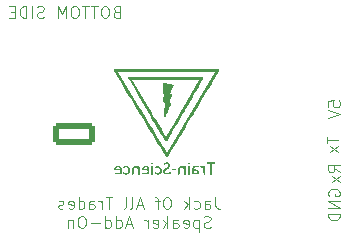
<source format=gbr>
%TF.GenerationSoftware,KiCad,Pcbnew,8.0.2*%
%TF.CreationDate,2025-01-19T23:34:00+01:00*%
%TF.ProjectId,DFPlayer_ADD_ON,4446506c-6179-4657-925f-4144445f4f4e,rev?*%
%TF.SameCoordinates,Original*%
%TF.FileFunction,Legend,Bot*%
%TF.FilePolarity,Positive*%
%FSLAX46Y46*%
G04 Gerber Fmt 4.6, Leading zero omitted, Abs format (unit mm)*
G04 Created by KiCad (PCBNEW 8.0.2) date 2025-01-19 23:34:00*
%MOMM*%
%LPD*%
G01*
G04 APERTURE LIST*
G04 Aperture macros list*
%AMRoundRect*
0 Rectangle with rounded corners*
0 $1 Rounding radius*
0 $2 $3 $4 $5 $6 $7 $8 $9 X,Y pos of 4 corners*
0 Add a 4 corners polygon primitive as box body*
4,1,4,$2,$3,$4,$5,$6,$7,$8,$9,$2,$3,0*
0 Add four circle primitives for the rounded corners*
1,1,$1+$1,$2,$3*
1,1,$1+$1,$4,$5*
1,1,$1+$1,$6,$7*
1,1,$1+$1,$8,$9*
0 Add four rect primitives between the rounded corners*
20,1,$1+$1,$2,$3,$4,$5,0*
20,1,$1+$1,$4,$5,$6,$7,0*
20,1,$1+$1,$6,$7,$8,$9,0*
20,1,$1+$1,$8,$9,$2,$3,0*%
G04 Aperture macros list end*
%ADD10C,0.100000*%
%ADD11C,0.000000*%
%ADD12RoundRect,0.250000X-1.550000X0.650000X-1.550000X-0.650000X1.550000X-0.650000X1.550000X0.650000X0*%
%ADD13O,3.600000X1.800000*%
%ADD14RoundRect,0.102000X0.654000X-0.654000X0.654000X0.654000X-0.654000X0.654000X-0.654000X-0.654000X0*%
%ADD15C,1.512000*%
%ADD16R,1.700000X1.700000*%
%ADD17O,1.700000X1.700000*%
G04 APERTURE END LIST*
D10*
X148272038Y-91759693D02*
X148224419Y-91664455D01*
X148224419Y-91664455D02*
X148224419Y-91521598D01*
X148224419Y-91521598D02*
X148272038Y-91378741D01*
X148272038Y-91378741D02*
X148367276Y-91283503D01*
X148367276Y-91283503D02*
X148462514Y-91235884D01*
X148462514Y-91235884D02*
X148652990Y-91188265D01*
X148652990Y-91188265D02*
X148795847Y-91188265D01*
X148795847Y-91188265D02*
X148986323Y-91235884D01*
X148986323Y-91235884D02*
X149081561Y-91283503D01*
X149081561Y-91283503D02*
X149176800Y-91378741D01*
X149176800Y-91378741D02*
X149224419Y-91521598D01*
X149224419Y-91521598D02*
X149224419Y-91616836D01*
X149224419Y-91616836D02*
X149176800Y-91759693D01*
X149176800Y-91759693D02*
X149129180Y-91807312D01*
X149129180Y-91807312D02*
X148795847Y-91807312D01*
X148795847Y-91807312D02*
X148795847Y-91616836D01*
X149224419Y-92235884D02*
X148224419Y-92235884D01*
X148224419Y-92235884D02*
X149224419Y-92807312D01*
X149224419Y-92807312D02*
X148224419Y-92807312D01*
X149224419Y-93283503D02*
X148224419Y-93283503D01*
X148224419Y-93283503D02*
X148224419Y-93521598D01*
X148224419Y-93521598D02*
X148272038Y-93664455D01*
X148272038Y-93664455D02*
X148367276Y-93759693D01*
X148367276Y-93759693D02*
X148462514Y-93807312D01*
X148462514Y-93807312D02*
X148652990Y-93854931D01*
X148652990Y-93854931D02*
X148795847Y-93854931D01*
X148795847Y-93854931D02*
X148986323Y-93807312D01*
X148986323Y-93807312D02*
X149081561Y-93759693D01*
X149081561Y-93759693D02*
X149176800Y-93664455D01*
X149176800Y-93664455D02*
X149224419Y-93521598D01*
X149224419Y-93521598D02*
X149224419Y-93283503D01*
X149224419Y-89775312D02*
X148748228Y-89441979D01*
X149224419Y-89203884D02*
X148224419Y-89203884D01*
X148224419Y-89203884D02*
X148224419Y-89584836D01*
X148224419Y-89584836D02*
X148272038Y-89680074D01*
X148272038Y-89680074D02*
X148319657Y-89727693D01*
X148319657Y-89727693D02*
X148414895Y-89775312D01*
X148414895Y-89775312D02*
X148557752Y-89775312D01*
X148557752Y-89775312D02*
X148652990Y-89727693D01*
X148652990Y-89727693D02*
X148700609Y-89680074D01*
X148700609Y-89680074D02*
X148748228Y-89584836D01*
X148748228Y-89584836D02*
X148748228Y-89203884D01*
X149224419Y-90108646D02*
X148557752Y-90632455D01*
X148557752Y-90108646D02*
X149224419Y-90632455D01*
X130299782Y-76183609D02*
X130156925Y-76231228D01*
X130156925Y-76231228D02*
X130109306Y-76278847D01*
X130109306Y-76278847D02*
X130061687Y-76374085D01*
X130061687Y-76374085D02*
X130061687Y-76516942D01*
X130061687Y-76516942D02*
X130109306Y-76612180D01*
X130109306Y-76612180D02*
X130156925Y-76659800D01*
X130156925Y-76659800D02*
X130252163Y-76707419D01*
X130252163Y-76707419D02*
X130633115Y-76707419D01*
X130633115Y-76707419D02*
X130633115Y-75707419D01*
X130633115Y-75707419D02*
X130299782Y-75707419D01*
X130299782Y-75707419D02*
X130204544Y-75755038D01*
X130204544Y-75755038D02*
X130156925Y-75802657D01*
X130156925Y-75802657D02*
X130109306Y-75897895D01*
X130109306Y-75897895D02*
X130109306Y-75993133D01*
X130109306Y-75993133D02*
X130156925Y-76088371D01*
X130156925Y-76088371D02*
X130204544Y-76135990D01*
X130204544Y-76135990D02*
X130299782Y-76183609D01*
X130299782Y-76183609D02*
X130633115Y-76183609D01*
X129442639Y-75707419D02*
X129252163Y-75707419D01*
X129252163Y-75707419D02*
X129156925Y-75755038D01*
X129156925Y-75755038D02*
X129061687Y-75850276D01*
X129061687Y-75850276D02*
X129014068Y-76040752D01*
X129014068Y-76040752D02*
X129014068Y-76374085D01*
X129014068Y-76374085D02*
X129061687Y-76564561D01*
X129061687Y-76564561D02*
X129156925Y-76659800D01*
X129156925Y-76659800D02*
X129252163Y-76707419D01*
X129252163Y-76707419D02*
X129442639Y-76707419D01*
X129442639Y-76707419D02*
X129537877Y-76659800D01*
X129537877Y-76659800D02*
X129633115Y-76564561D01*
X129633115Y-76564561D02*
X129680734Y-76374085D01*
X129680734Y-76374085D02*
X129680734Y-76040752D01*
X129680734Y-76040752D02*
X129633115Y-75850276D01*
X129633115Y-75850276D02*
X129537877Y-75755038D01*
X129537877Y-75755038D02*
X129442639Y-75707419D01*
X128728353Y-75707419D02*
X128156925Y-75707419D01*
X128442639Y-76707419D02*
X128442639Y-75707419D01*
X127966448Y-75707419D02*
X127395020Y-75707419D01*
X127680734Y-76707419D02*
X127680734Y-75707419D01*
X126871210Y-75707419D02*
X126680734Y-75707419D01*
X126680734Y-75707419D02*
X126585496Y-75755038D01*
X126585496Y-75755038D02*
X126490258Y-75850276D01*
X126490258Y-75850276D02*
X126442639Y-76040752D01*
X126442639Y-76040752D02*
X126442639Y-76374085D01*
X126442639Y-76374085D02*
X126490258Y-76564561D01*
X126490258Y-76564561D02*
X126585496Y-76659800D01*
X126585496Y-76659800D02*
X126680734Y-76707419D01*
X126680734Y-76707419D02*
X126871210Y-76707419D01*
X126871210Y-76707419D02*
X126966448Y-76659800D01*
X126966448Y-76659800D02*
X127061686Y-76564561D01*
X127061686Y-76564561D02*
X127109305Y-76374085D01*
X127109305Y-76374085D02*
X127109305Y-76040752D01*
X127109305Y-76040752D02*
X127061686Y-75850276D01*
X127061686Y-75850276D02*
X126966448Y-75755038D01*
X126966448Y-75755038D02*
X126871210Y-75707419D01*
X126014067Y-76707419D02*
X126014067Y-75707419D01*
X126014067Y-75707419D02*
X125680734Y-76421704D01*
X125680734Y-76421704D02*
X125347401Y-75707419D01*
X125347401Y-75707419D02*
X125347401Y-76707419D01*
X124156924Y-76659800D02*
X124014067Y-76707419D01*
X124014067Y-76707419D02*
X123775972Y-76707419D01*
X123775972Y-76707419D02*
X123680734Y-76659800D01*
X123680734Y-76659800D02*
X123633115Y-76612180D01*
X123633115Y-76612180D02*
X123585496Y-76516942D01*
X123585496Y-76516942D02*
X123585496Y-76421704D01*
X123585496Y-76421704D02*
X123633115Y-76326466D01*
X123633115Y-76326466D02*
X123680734Y-76278847D01*
X123680734Y-76278847D02*
X123775972Y-76231228D01*
X123775972Y-76231228D02*
X123966448Y-76183609D01*
X123966448Y-76183609D02*
X124061686Y-76135990D01*
X124061686Y-76135990D02*
X124109305Y-76088371D01*
X124109305Y-76088371D02*
X124156924Y-75993133D01*
X124156924Y-75993133D02*
X124156924Y-75897895D01*
X124156924Y-75897895D02*
X124109305Y-75802657D01*
X124109305Y-75802657D02*
X124061686Y-75755038D01*
X124061686Y-75755038D02*
X123966448Y-75707419D01*
X123966448Y-75707419D02*
X123728353Y-75707419D01*
X123728353Y-75707419D02*
X123585496Y-75755038D01*
X123156924Y-76707419D02*
X123156924Y-75707419D01*
X122680734Y-76707419D02*
X122680734Y-75707419D01*
X122680734Y-75707419D02*
X122442639Y-75707419D01*
X122442639Y-75707419D02*
X122299782Y-75755038D01*
X122299782Y-75755038D02*
X122204544Y-75850276D01*
X122204544Y-75850276D02*
X122156925Y-75945514D01*
X122156925Y-75945514D02*
X122109306Y-76135990D01*
X122109306Y-76135990D02*
X122109306Y-76278847D01*
X122109306Y-76278847D02*
X122156925Y-76469323D01*
X122156925Y-76469323D02*
X122204544Y-76564561D01*
X122204544Y-76564561D02*
X122299782Y-76659800D01*
X122299782Y-76659800D02*
X122442639Y-76707419D01*
X122442639Y-76707419D02*
X122680734Y-76707419D01*
X121680734Y-76183609D02*
X121347401Y-76183609D01*
X121204544Y-76707419D02*
X121680734Y-76707419D01*
X121680734Y-76707419D02*
X121680734Y-75707419D01*
X121680734Y-75707419D02*
X121204544Y-75707419D01*
X148224419Y-84219074D02*
X148224419Y-83742884D01*
X148224419Y-83742884D02*
X148700609Y-83695265D01*
X148700609Y-83695265D02*
X148652990Y-83742884D01*
X148652990Y-83742884D02*
X148605371Y-83838122D01*
X148605371Y-83838122D02*
X148605371Y-84076217D01*
X148605371Y-84076217D02*
X148652990Y-84171455D01*
X148652990Y-84171455D02*
X148700609Y-84219074D01*
X148700609Y-84219074D02*
X148795847Y-84266693D01*
X148795847Y-84266693D02*
X149033942Y-84266693D01*
X149033942Y-84266693D02*
X149129180Y-84219074D01*
X149129180Y-84219074D02*
X149176800Y-84171455D01*
X149176800Y-84171455D02*
X149224419Y-84076217D01*
X149224419Y-84076217D02*
X149224419Y-83838122D01*
X149224419Y-83838122D02*
X149176800Y-83742884D01*
X149176800Y-83742884D02*
X149129180Y-83695265D01*
X148224419Y-84552408D02*
X149224419Y-84885741D01*
X149224419Y-84885741D02*
X148224419Y-85219074D01*
X148097419Y-86775027D02*
X148097419Y-87346455D01*
X149097419Y-87060741D02*
X148097419Y-87060741D01*
X149097419Y-87584551D02*
X148430752Y-88108360D01*
X148430752Y-87584551D02*
X149097419Y-88108360D01*
X138683192Y-91877475D02*
X138683192Y-92591760D01*
X138683192Y-92591760D02*
X138730811Y-92734617D01*
X138730811Y-92734617D02*
X138826049Y-92829856D01*
X138826049Y-92829856D02*
X138968906Y-92877475D01*
X138968906Y-92877475D02*
X139064144Y-92877475D01*
X137778430Y-92877475D02*
X137778430Y-92353665D01*
X137778430Y-92353665D02*
X137826049Y-92258427D01*
X137826049Y-92258427D02*
X137921287Y-92210808D01*
X137921287Y-92210808D02*
X138111763Y-92210808D01*
X138111763Y-92210808D02*
X138207001Y-92258427D01*
X137778430Y-92829856D02*
X137873668Y-92877475D01*
X137873668Y-92877475D02*
X138111763Y-92877475D01*
X138111763Y-92877475D02*
X138207001Y-92829856D01*
X138207001Y-92829856D02*
X138254620Y-92734617D01*
X138254620Y-92734617D02*
X138254620Y-92639379D01*
X138254620Y-92639379D02*
X138207001Y-92544141D01*
X138207001Y-92544141D02*
X138111763Y-92496522D01*
X138111763Y-92496522D02*
X137873668Y-92496522D01*
X137873668Y-92496522D02*
X137778430Y-92448903D01*
X136873668Y-92829856D02*
X136968906Y-92877475D01*
X136968906Y-92877475D02*
X137159382Y-92877475D01*
X137159382Y-92877475D02*
X137254620Y-92829856D01*
X137254620Y-92829856D02*
X137302239Y-92782236D01*
X137302239Y-92782236D02*
X137349858Y-92686998D01*
X137349858Y-92686998D02*
X137349858Y-92401284D01*
X137349858Y-92401284D02*
X137302239Y-92306046D01*
X137302239Y-92306046D02*
X137254620Y-92258427D01*
X137254620Y-92258427D02*
X137159382Y-92210808D01*
X137159382Y-92210808D02*
X136968906Y-92210808D01*
X136968906Y-92210808D02*
X136873668Y-92258427D01*
X136445096Y-92877475D02*
X136445096Y-91877475D01*
X136349858Y-92496522D02*
X136064144Y-92877475D01*
X136064144Y-92210808D02*
X136445096Y-92591760D01*
X134683191Y-91877475D02*
X134492715Y-91877475D01*
X134492715Y-91877475D02*
X134397477Y-91925094D01*
X134397477Y-91925094D02*
X134302239Y-92020332D01*
X134302239Y-92020332D02*
X134254620Y-92210808D01*
X134254620Y-92210808D02*
X134254620Y-92544141D01*
X134254620Y-92544141D02*
X134302239Y-92734617D01*
X134302239Y-92734617D02*
X134397477Y-92829856D01*
X134397477Y-92829856D02*
X134492715Y-92877475D01*
X134492715Y-92877475D02*
X134683191Y-92877475D01*
X134683191Y-92877475D02*
X134778429Y-92829856D01*
X134778429Y-92829856D02*
X134873667Y-92734617D01*
X134873667Y-92734617D02*
X134921286Y-92544141D01*
X134921286Y-92544141D02*
X134921286Y-92210808D01*
X134921286Y-92210808D02*
X134873667Y-92020332D01*
X134873667Y-92020332D02*
X134778429Y-91925094D01*
X134778429Y-91925094D02*
X134683191Y-91877475D01*
X133968905Y-92210808D02*
X133587953Y-92210808D01*
X133826048Y-92877475D02*
X133826048Y-92020332D01*
X133826048Y-92020332D02*
X133778429Y-91925094D01*
X133778429Y-91925094D02*
X133683191Y-91877475D01*
X133683191Y-91877475D02*
X133587953Y-91877475D01*
X132540333Y-92591760D02*
X132064143Y-92591760D01*
X132635571Y-92877475D02*
X132302238Y-91877475D01*
X132302238Y-91877475D02*
X131968905Y-92877475D01*
X131492714Y-92877475D02*
X131587952Y-92829856D01*
X131587952Y-92829856D02*
X131635571Y-92734617D01*
X131635571Y-92734617D02*
X131635571Y-91877475D01*
X130968904Y-92877475D02*
X131064142Y-92829856D01*
X131064142Y-92829856D02*
X131111761Y-92734617D01*
X131111761Y-92734617D02*
X131111761Y-91877475D01*
X129968903Y-91877475D02*
X129397475Y-91877475D01*
X129683189Y-92877475D02*
X129683189Y-91877475D01*
X129064141Y-92877475D02*
X129064141Y-92210808D01*
X129064141Y-92401284D02*
X129016522Y-92306046D01*
X129016522Y-92306046D02*
X128968903Y-92258427D01*
X128968903Y-92258427D02*
X128873665Y-92210808D01*
X128873665Y-92210808D02*
X128778427Y-92210808D01*
X128016522Y-92877475D02*
X128016522Y-92353665D01*
X128016522Y-92353665D02*
X128064141Y-92258427D01*
X128064141Y-92258427D02*
X128159379Y-92210808D01*
X128159379Y-92210808D02*
X128349855Y-92210808D01*
X128349855Y-92210808D02*
X128445093Y-92258427D01*
X128016522Y-92829856D02*
X128111760Y-92877475D01*
X128111760Y-92877475D02*
X128349855Y-92877475D01*
X128349855Y-92877475D02*
X128445093Y-92829856D01*
X128445093Y-92829856D02*
X128492712Y-92734617D01*
X128492712Y-92734617D02*
X128492712Y-92639379D01*
X128492712Y-92639379D02*
X128445093Y-92544141D01*
X128445093Y-92544141D02*
X128349855Y-92496522D01*
X128349855Y-92496522D02*
X128111760Y-92496522D01*
X128111760Y-92496522D02*
X128016522Y-92448903D01*
X127111760Y-92877475D02*
X127111760Y-91877475D01*
X127111760Y-92829856D02*
X127206998Y-92877475D01*
X127206998Y-92877475D02*
X127397474Y-92877475D01*
X127397474Y-92877475D02*
X127492712Y-92829856D01*
X127492712Y-92829856D02*
X127540331Y-92782236D01*
X127540331Y-92782236D02*
X127587950Y-92686998D01*
X127587950Y-92686998D02*
X127587950Y-92401284D01*
X127587950Y-92401284D02*
X127540331Y-92306046D01*
X127540331Y-92306046D02*
X127492712Y-92258427D01*
X127492712Y-92258427D02*
X127397474Y-92210808D01*
X127397474Y-92210808D02*
X127206998Y-92210808D01*
X127206998Y-92210808D02*
X127111760Y-92258427D01*
X126254617Y-92829856D02*
X126349855Y-92877475D01*
X126349855Y-92877475D02*
X126540331Y-92877475D01*
X126540331Y-92877475D02*
X126635569Y-92829856D01*
X126635569Y-92829856D02*
X126683188Y-92734617D01*
X126683188Y-92734617D02*
X126683188Y-92353665D01*
X126683188Y-92353665D02*
X126635569Y-92258427D01*
X126635569Y-92258427D02*
X126540331Y-92210808D01*
X126540331Y-92210808D02*
X126349855Y-92210808D01*
X126349855Y-92210808D02*
X126254617Y-92258427D01*
X126254617Y-92258427D02*
X126206998Y-92353665D01*
X126206998Y-92353665D02*
X126206998Y-92448903D01*
X126206998Y-92448903D02*
X126683188Y-92544141D01*
X125826045Y-92829856D02*
X125730807Y-92877475D01*
X125730807Y-92877475D02*
X125540331Y-92877475D01*
X125540331Y-92877475D02*
X125445093Y-92829856D01*
X125445093Y-92829856D02*
X125397474Y-92734617D01*
X125397474Y-92734617D02*
X125397474Y-92686998D01*
X125397474Y-92686998D02*
X125445093Y-92591760D01*
X125445093Y-92591760D02*
X125540331Y-92544141D01*
X125540331Y-92544141D02*
X125683188Y-92544141D01*
X125683188Y-92544141D02*
X125778426Y-92496522D01*
X125778426Y-92496522D02*
X125826045Y-92401284D01*
X125826045Y-92401284D02*
X125826045Y-92353665D01*
X125826045Y-92353665D02*
X125778426Y-92258427D01*
X125778426Y-92258427D02*
X125683188Y-92210808D01*
X125683188Y-92210808D02*
X125540331Y-92210808D01*
X125540331Y-92210808D02*
X125445093Y-92258427D01*
X138278428Y-94439800D02*
X138135571Y-94487419D01*
X138135571Y-94487419D02*
X137897476Y-94487419D01*
X137897476Y-94487419D02*
X137802238Y-94439800D01*
X137802238Y-94439800D02*
X137754619Y-94392180D01*
X137754619Y-94392180D02*
X137707000Y-94296942D01*
X137707000Y-94296942D02*
X137707000Y-94201704D01*
X137707000Y-94201704D02*
X137754619Y-94106466D01*
X137754619Y-94106466D02*
X137802238Y-94058847D01*
X137802238Y-94058847D02*
X137897476Y-94011228D01*
X137897476Y-94011228D02*
X138087952Y-93963609D01*
X138087952Y-93963609D02*
X138183190Y-93915990D01*
X138183190Y-93915990D02*
X138230809Y-93868371D01*
X138230809Y-93868371D02*
X138278428Y-93773133D01*
X138278428Y-93773133D02*
X138278428Y-93677895D01*
X138278428Y-93677895D02*
X138230809Y-93582657D01*
X138230809Y-93582657D02*
X138183190Y-93535038D01*
X138183190Y-93535038D02*
X138087952Y-93487419D01*
X138087952Y-93487419D02*
X137849857Y-93487419D01*
X137849857Y-93487419D02*
X137707000Y-93535038D01*
X137278428Y-93820752D02*
X137278428Y-94820752D01*
X137278428Y-93868371D02*
X137183190Y-93820752D01*
X137183190Y-93820752D02*
X136992714Y-93820752D01*
X136992714Y-93820752D02*
X136897476Y-93868371D01*
X136897476Y-93868371D02*
X136849857Y-93915990D01*
X136849857Y-93915990D02*
X136802238Y-94011228D01*
X136802238Y-94011228D02*
X136802238Y-94296942D01*
X136802238Y-94296942D02*
X136849857Y-94392180D01*
X136849857Y-94392180D02*
X136897476Y-94439800D01*
X136897476Y-94439800D02*
X136992714Y-94487419D01*
X136992714Y-94487419D02*
X137183190Y-94487419D01*
X137183190Y-94487419D02*
X137278428Y-94439800D01*
X135992714Y-94439800D02*
X136087952Y-94487419D01*
X136087952Y-94487419D02*
X136278428Y-94487419D01*
X136278428Y-94487419D02*
X136373666Y-94439800D01*
X136373666Y-94439800D02*
X136421285Y-94344561D01*
X136421285Y-94344561D02*
X136421285Y-93963609D01*
X136421285Y-93963609D02*
X136373666Y-93868371D01*
X136373666Y-93868371D02*
X136278428Y-93820752D01*
X136278428Y-93820752D02*
X136087952Y-93820752D01*
X136087952Y-93820752D02*
X135992714Y-93868371D01*
X135992714Y-93868371D02*
X135945095Y-93963609D01*
X135945095Y-93963609D02*
X135945095Y-94058847D01*
X135945095Y-94058847D02*
X136421285Y-94154085D01*
X135087952Y-94487419D02*
X135087952Y-93963609D01*
X135087952Y-93963609D02*
X135135571Y-93868371D01*
X135135571Y-93868371D02*
X135230809Y-93820752D01*
X135230809Y-93820752D02*
X135421285Y-93820752D01*
X135421285Y-93820752D02*
X135516523Y-93868371D01*
X135087952Y-94439800D02*
X135183190Y-94487419D01*
X135183190Y-94487419D02*
X135421285Y-94487419D01*
X135421285Y-94487419D02*
X135516523Y-94439800D01*
X135516523Y-94439800D02*
X135564142Y-94344561D01*
X135564142Y-94344561D02*
X135564142Y-94249323D01*
X135564142Y-94249323D02*
X135516523Y-94154085D01*
X135516523Y-94154085D02*
X135421285Y-94106466D01*
X135421285Y-94106466D02*
X135183190Y-94106466D01*
X135183190Y-94106466D02*
X135087952Y-94058847D01*
X134611761Y-94487419D02*
X134611761Y-93487419D01*
X134516523Y-94106466D02*
X134230809Y-94487419D01*
X134230809Y-93820752D02*
X134611761Y-94201704D01*
X133421285Y-94439800D02*
X133516523Y-94487419D01*
X133516523Y-94487419D02*
X133706999Y-94487419D01*
X133706999Y-94487419D02*
X133802237Y-94439800D01*
X133802237Y-94439800D02*
X133849856Y-94344561D01*
X133849856Y-94344561D02*
X133849856Y-93963609D01*
X133849856Y-93963609D02*
X133802237Y-93868371D01*
X133802237Y-93868371D02*
X133706999Y-93820752D01*
X133706999Y-93820752D02*
X133516523Y-93820752D01*
X133516523Y-93820752D02*
X133421285Y-93868371D01*
X133421285Y-93868371D02*
X133373666Y-93963609D01*
X133373666Y-93963609D02*
X133373666Y-94058847D01*
X133373666Y-94058847D02*
X133849856Y-94154085D01*
X132945094Y-94487419D02*
X132945094Y-93820752D01*
X132945094Y-94011228D02*
X132897475Y-93915990D01*
X132897475Y-93915990D02*
X132849856Y-93868371D01*
X132849856Y-93868371D02*
X132754618Y-93820752D01*
X132754618Y-93820752D02*
X132659380Y-93820752D01*
X131611760Y-94201704D02*
X131135570Y-94201704D01*
X131706998Y-94487419D02*
X131373665Y-93487419D01*
X131373665Y-93487419D02*
X131040332Y-94487419D01*
X130278427Y-94487419D02*
X130278427Y-93487419D01*
X130278427Y-94439800D02*
X130373665Y-94487419D01*
X130373665Y-94487419D02*
X130564141Y-94487419D01*
X130564141Y-94487419D02*
X130659379Y-94439800D01*
X130659379Y-94439800D02*
X130706998Y-94392180D01*
X130706998Y-94392180D02*
X130754617Y-94296942D01*
X130754617Y-94296942D02*
X130754617Y-94011228D01*
X130754617Y-94011228D02*
X130706998Y-93915990D01*
X130706998Y-93915990D02*
X130659379Y-93868371D01*
X130659379Y-93868371D02*
X130564141Y-93820752D01*
X130564141Y-93820752D02*
X130373665Y-93820752D01*
X130373665Y-93820752D02*
X130278427Y-93868371D01*
X129373665Y-94487419D02*
X129373665Y-93487419D01*
X129373665Y-94439800D02*
X129468903Y-94487419D01*
X129468903Y-94487419D02*
X129659379Y-94487419D01*
X129659379Y-94487419D02*
X129754617Y-94439800D01*
X129754617Y-94439800D02*
X129802236Y-94392180D01*
X129802236Y-94392180D02*
X129849855Y-94296942D01*
X129849855Y-94296942D02*
X129849855Y-94011228D01*
X129849855Y-94011228D02*
X129802236Y-93915990D01*
X129802236Y-93915990D02*
X129754617Y-93868371D01*
X129754617Y-93868371D02*
X129659379Y-93820752D01*
X129659379Y-93820752D02*
X129468903Y-93820752D01*
X129468903Y-93820752D02*
X129373665Y-93868371D01*
X128897474Y-94106466D02*
X128135570Y-94106466D01*
X127468903Y-93487419D02*
X127278427Y-93487419D01*
X127278427Y-93487419D02*
X127183189Y-93535038D01*
X127183189Y-93535038D02*
X127087951Y-93630276D01*
X127087951Y-93630276D02*
X127040332Y-93820752D01*
X127040332Y-93820752D02*
X127040332Y-94154085D01*
X127040332Y-94154085D02*
X127087951Y-94344561D01*
X127087951Y-94344561D02*
X127183189Y-94439800D01*
X127183189Y-94439800D02*
X127278427Y-94487419D01*
X127278427Y-94487419D02*
X127468903Y-94487419D01*
X127468903Y-94487419D02*
X127564141Y-94439800D01*
X127564141Y-94439800D02*
X127659379Y-94344561D01*
X127659379Y-94344561D02*
X127706998Y-94154085D01*
X127706998Y-94154085D02*
X127706998Y-93820752D01*
X127706998Y-93820752D02*
X127659379Y-93630276D01*
X127659379Y-93630276D02*
X127564141Y-93535038D01*
X127564141Y-93535038D02*
X127468903Y-93487419D01*
X126611760Y-93820752D02*
X126611760Y-94487419D01*
X126611760Y-93915990D02*
X126564141Y-93868371D01*
X126564141Y-93868371D02*
X126468903Y-93820752D01*
X126468903Y-93820752D02*
X126326046Y-93820752D01*
X126326046Y-93820752D02*
X126230808Y-93868371D01*
X126230808Y-93868371D02*
X126183189Y-93963609D01*
X126183189Y-93963609D02*
X126183189Y-94487419D01*
D11*
%TO.C,G\u002A\u002A\u002A*%
G36*
X133430643Y-89976200D02*
G01*
X133269679Y-89976200D01*
X133269679Y-89235769D01*
X133430643Y-89235769D01*
X133430643Y-89976200D01*
G37*
G36*
X136521137Y-89976200D02*
G01*
X136360174Y-89976200D01*
X136360174Y-89235769D01*
X136521137Y-89235769D01*
X136521137Y-89976200D01*
G37*
G36*
X133393562Y-88976361D02*
G01*
X133424833Y-89034565D01*
X133426714Y-89051786D01*
X133413546Y-89095959D01*
X133354300Y-89106999D01*
X133300002Y-89101300D01*
X133251463Y-89065248D01*
X133257576Y-88995528D01*
X133281557Y-88963565D01*
X133337317Y-88950714D01*
X133393562Y-88976361D01*
G37*
G36*
X136484057Y-88976361D02*
G01*
X136515328Y-89034565D01*
X136517208Y-89051786D01*
X136504040Y-89095959D01*
X136444794Y-89106999D01*
X136390497Y-89101300D01*
X136341957Y-89065248D01*
X136348070Y-88995528D01*
X136372051Y-88963565D01*
X136427811Y-88950714D01*
X136484057Y-88976361D01*
G37*
G36*
X135295697Y-89504845D02*
G01*
X135366403Y-89531919D01*
X135394394Y-89574406D01*
X135392883Y-89584965D01*
X135367379Y-89607353D01*
X135301268Y-89618841D01*
X135182781Y-89622081D01*
X135083351Y-89620672D01*
X135013453Y-89613260D01*
X134983951Y-89596166D01*
X134981845Y-89565744D01*
X134983713Y-89559014D01*
X135026283Y-89520266D01*
X135105737Y-89498600D01*
X135202175Y-89493599D01*
X135295697Y-89504845D01*
G37*
G36*
X137841035Y-89976200D02*
G01*
X137760554Y-89976200D01*
X137735154Y-89975549D01*
X137703963Y-89965539D01*
X137687538Y-89932440D01*
X137681151Y-89862488D01*
X137680072Y-89741919D01*
X137679820Y-89709100D01*
X137667100Y-89548385D01*
X137632695Y-89441818D01*
X137573170Y-89382752D01*
X137485091Y-89364540D01*
X137463283Y-89364013D01*
X137405873Y-89347633D01*
X137390338Y-89300155D01*
X137397379Y-89272259D01*
X137445967Y-89239074D01*
X137525476Y-89237196D01*
X137617803Y-89269095D01*
X137660366Y-89285977D01*
X137680072Y-89269095D01*
X137700060Y-89247174D01*
X137760554Y-89235769D01*
X137841035Y-89235769D01*
X137841035Y-89976200D01*
G37*
G36*
X138406250Y-88946161D02*
G01*
X138544928Y-88947892D01*
X138633901Y-88952863D01*
X138683335Y-88962589D01*
X138703399Y-88978588D01*
X138704260Y-89002373D01*
X138691923Y-89029105D01*
X138641526Y-89055408D01*
X138540936Y-89068522D01*
X138388310Y-89078334D01*
X138388310Y-89976200D01*
X138227347Y-89976200D01*
X138227347Y-89074806D01*
X138082480Y-89074806D01*
X138072073Y-89074782D01*
X137986451Y-89069683D01*
X137947092Y-89050657D01*
X137937613Y-89010421D01*
X137939076Y-88991024D01*
X137951582Y-88970129D01*
X137985918Y-88956945D01*
X138052722Y-88949709D01*
X138162632Y-88946660D01*
X138326286Y-88946036D01*
X138406250Y-88946161D01*
G37*
G36*
X131260443Y-89250527D02*
G01*
X131364074Y-89311042D01*
X131429761Y-89421108D01*
X131460213Y-89583733D01*
X131465723Y-89692215D01*
X131458240Y-89764703D01*
X131430730Y-89818957D01*
X131376565Y-89878323D01*
X131342476Y-89910169D01*
X131256070Y-89962144D01*
X131151007Y-89976200D01*
X131049735Y-89962981D01*
X130958331Y-89922764D01*
X130903377Y-89865108D01*
X130898822Y-89799773D01*
X130910453Y-89772932D01*
X130933884Y-89760129D01*
X130979159Y-89794759D01*
X130980143Y-89795642D01*
X131069839Y-89839772D01*
X131171361Y-89840246D01*
X131255339Y-89796841D01*
X131265905Y-89784043D01*
X131296926Y-89701032D01*
X131305505Y-89592878D01*
X131291643Y-89488078D01*
X131255339Y-89415129D01*
X131254462Y-89414260D01*
X131170057Y-89371442D01*
X131068499Y-89372500D01*
X130979159Y-89417211D01*
X130950801Y-89441557D01*
X130920105Y-89450981D01*
X130898822Y-89412197D01*
X130900209Y-89354548D01*
X130949895Y-89295368D01*
X131036854Y-89252371D01*
X131146736Y-89235769D01*
X131260443Y-89250527D01*
G37*
G36*
X133932433Y-89250527D02*
G01*
X134036064Y-89311042D01*
X134101751Y-89421108D01*
X134132202Y-89583733D01*
X134137713Y-89692215D01*
X134130230Y-89764703D01*
X134102720Y-89818957D01*
X134048554Y-89878323D01*
X134014466Y-89910169D01*
X133928060Y-89962144D01*
X133822997Y-89976200D01*
X133721725Y-89962981D01*
X133630321Y-89922764D01*
X133575367Y-89865108D01*
X133570812Y-89799773D01*
X133582442Y-89772932D01*
X133605874Y-89760129D01*
X133651149Y-89794759D01*
X133652132Y-89795642D01*
X133741829Y-89839772D01*
X133843351Y-89840246D01*
X133927329Y-89796841D01*
X133930808Y-89793116D01*
X133965068Y-89717813D01*
X133977918Y-89605985D01*
X133977829Y-89596249D01*
X133963026Y-89486454D01*
X133927329Y-89415129D01*
X133926452Y-89414260D01*
X133842046Y-89371442D01*
X133740489Y-89372500D01*
X133651149Y-89417211D01*
X133622791Y-89441557D01*
X133592095Y-89450981D01*
X133570812Y-89412197D01*
X133572199Y-89354548D01*
X133621885Y-89295368D01*
X133708844Y-89252371D01*
X133818726Y-89235769D01*
X133932433Y-89250527D01*
G37*
G36*
X134648545Y-88957551D02*
G01*
X134768050Y-89007279D01*
X134846625Y-89086715D01*
X134878703Y-89185357D01*
X134858715Y-89292707D01*
X134781095Y-89398264D01*
X134762912Y-89414568D01*
X134681092Y-89475866D01*
X134612083Y-89511566D01*
X134582151Y-89522271D01*
X134490182Y-89581964D01*
X134437659Y-89660595D01*
X134431147Y-89743370D01*
X134477212Y-89815493D01*
X134487171Y-89822264D01*
X134568009Y-89840002D01*
X134690064Y-89831359D01*
X134839071Y-89797064D01*
X134887108Y-89793068D01*
X134912312Y-89820510D01*
X134896630Y-89870052D01*
X134839956Y-89926086D01*
X134767362Y-89957597D01*
X134643995Y-89974193D01*
X134511443Y-89964535D01*
X134397505Y-89928471D01*
X134328918Y-89873535D01*
X134269175Y-89771564D01*
X134250510Y-89669135D01*
X134276286Y-89569193D01*
X134356892Y-89480305D01*
X134497028Y-89394699D01*
X134574544Y-89351443D01*
X134673966Y-89271245D01*
X134711040Y-89194183D01*
X134684874Y-89121550D01*
X134682325Y-89118703D01*
X134623866Y-89088818D01*
X134540363Y-89075888D01*
X134460389Y-89081439D01*
X134412518Y-89106999D01*
X134371666Y-89137789D01*
X134322818Y-89126914D01*
X134299844Y-89075939D01*
X134299846Y-89075335D01*
X134329524Y-89006240D01*
X134412550Y-88961771D01*
X134541289Y-88946036D01*
X134648545Y-88957551D01*
G37*
G36*
X137324800Y-89755537D02*
G01*
X137310997Y-89851657D01*
X137256052Y-89924932D01*
X137208337Y-89947617D01*
X137104055Y-89965821D01*
X136947320Y-89969021D01*
X136708488Y-89964149D01*
X136717949Y-89708009D01*
X136875256Y-89708009D01*
X136880663Y-89745033D01*
X136913887Y-89808799D01*
X136955907Y-89834034D01*
X137034587Y-89846708D01*
X137110211Y-89833887D01*
X137154178Y-89796977D01*
X137156371Y-89739434D01*
X137104613Y-89694669D01*
X136993200Y-89664989D01*
X136922399Y-89656870D01*
X136884113Y-89668273D01*
X136875256Y-89708009D01*
X136717949Y-89708009D01*
X136719439Y-89667661D01*
X136722750Y-89594881D01*
X136738189Y-89440138D01*
X136768297Y-89336404D01*
X136819525Y-89274130D01*
X136898320Y-89243768D01*
X137011132Y-89235769D01*
X137046023Y-89236364D01*
X137178633Y-89253257D01*
X137263723Y-89291209D01*
X137293760Y-89347250D01*
X137293575Y-89351278D01*
X137275746Y-89374184D01*
X137219931Y-89380973D01*
X137113538Y-89373480D01*
X137015247Y-89366689D01*
X136941450Y-89373964D01*
X136904779Y-89399951D01*
X136882171Y-89446663D01*
X136883730Y-89503832D01*
X136931593Y-89525683D01*
X136993848Y-89531723D01*
X137104053Y-89558717D01*
X137207915Y-89598608D01*
X137276578Y-89641690D01*
X137295410Y-89664887D01*
X137319579Y-89739434D01*
X137324800Y-89755537D01*
G37*
G36*
X130778062Y-89506000D02*
G01*
X130782043Y-89677890D01*
X130777990Y-89708586D01*
X130744673Y-89821779D01*
X130679543Y-89902705D01*
X130666593Y-89912820D01*
X130578060Y-89953354D01*
X130467826Y-89973154D01*
X130352745Y-89973338D01*
X130249676Y-89955024D01*
X130175473Y-89919331D01*
X130146992Y-89867376D01*
X130147595Y-89860067D01*
X130167625Y-89838300D01*
X130225476Y-89831706D01*
X130333940Y-89838295D01*
X130409509Y-89842072D01*
X130533577Y-89825168D01*
X130606215Y-89772960D01*
X130629882Y-89684167D01*
X130629110Y-89669882D01*
X130616383Y-89644313D01*
X130577931Y-89629892D01*
X130500877Y-89623517D01*
X130372341Y-89622081D01*
X130114800Y-89622081D01*
X130114800Y-89523027D01*
X130126096Y-89467557D01*
X130275763Y-89467557D01*
X130291534Y-89478152D01*
X130355846Y-89489076D01*
X130452822Y-89493311D01*
X130525663Y-89491017D01*
X130600767Y-89481662D01*
X130629882Y-89467557D01*
X130612398Y-89424073D01*
X130547491Y-89381306D01*
X130452822Y-89364540D01*
X130378085Y-89374712D01*
X130304579Y-89412477D01*
X130275763Y-89467557D01*
X130126096Y-89467557D01*
X130132427Y-89436471D01*
X130199589Y-89335669D01*
X130301043Y-89263419D01*
X130419752Y-89235769D01*
X130484651Y-89239482D01*
X130626413Y-89283192D01*
X130725201Y-89373233D01*
X130762756Y-89467557D01*
X130778062Y-89506000D01*
G37*
G36*
X132223632Y-89236988D02*
G01*
X132247082Y-89247787D01*
X132261311Y-89279124D01*
X132268622Y-89341962D01*
X132271320Y-89447262D01*
X132271707Y-89605985D01*
X132271707Y-89976200D01*
X132191226Y-89976200D01*
X132157899Y-89974724D01*
X132131045Y-89961601D01*
X132117001Y-89923642D01*
X132111617Y-89847664D01*
X132110744Y-89720485D01*
X132110648Y-89681304D01*
X132107459Y-89564262D01*
X132096981Y-89491461D01*
X132075472Y-89446920D01*
X132039196Y-89414654D01*
X132021838Y-89403399D01*
X131932310Y-89369399D01*
X131854414Y-89373444D01*
X131808358Y-89415462D01*
X131806401Y-89421840D01*
X131797470Y-89487366D01*
X131791190Y-89593739D01*
X131788817Y-89721292D01*
X131788363Y-89826007D01*
X131784258Y-89911522D01*
X131772330Y-89956257D01*
X131748413Y-89973415D01*
X131708336Y-89976200D01*
X131703166Y-89976194D01*
X131666666Y-89972987D01*
X131644405Y-89955328D01*
X131632863Y-89910734D01*
X131628520Y-89826722D01*
X131627854Y-89690808D01*
X131633764Y-89526568D01*
X131657825Y-89388150D01*
X131704329Y-89298519D01*
X131777433Y-89250213D01*
X131881293Y-89235769D01*
X131895737Y-89236050D01*
X131984895Y-89249219D01*
X132043944Y-89276010D01*
X132079858Y-89300107D01*
X132101354Y-89276010D01*
X132128439Y-89250507D01*
X132193908Y-89235769D01*
X132223632Y-89236988D01*
G37*
G36*
X133095933Y-89506000D02*
G01*
X133099913Y-89677890D01*
X133095861Y-89708586D01*
X133062544Y-89821779D01*
X132997414Y-89902705D01*
X132984464Y-89912820D01*
X132895931Y-89953354D01*
X132785696Y-89973154D01*
X132670616Y-89973338D01*
X132567546Y-89955024D01*
X132493343Y-89919331D01*
X132464863Y-89867376D01*
X132465465Y-89860067D01*
X132485496Y-89838300D01*
X132543347Y-89831706D01*
X132651811Y-89838295D01*
X132727380Y-89842072D01*
X132851448Y-89825168D01*
X132924086Y-89772960D01*
X132947753Y-89684167D01*
X132946980Y-89669882D01*
X132934254Y-89644313D01*
X132895802Y-89629892D01*
X132818747Y-89623517D01*
X132690212Y-89622081D01*
X132432670Y-89622081D01*
X132432670Y-89523027D01*
X132443967Y-89467557D01*
X132593634Y-89467557D01*
X132609405Y-89478152D01*
X132673717Y-89489076D01*
X132770693Y-89493311D01*
X132843534Y-89491017D01*
X132918637Y-89481662D01*
X132947753Y-89467557D01*
X132930269Y-89424073D01*
X132865361Y-89381306D01*
X132770693Y-89364540D01*
X132695956Y-89374712D01*
X132622450Y-89412477D01*
X132593634Y-89467557D01*
X132443967Y-89467557D01*
X132450298Y-89436471D01*
X132517460Y-89335669D01*
X132618914Y-89263419D01*
X132737623Y-89235769D01*
X132802522Y-89239482D01*
X132944284Y-89283192D01*
X133043072Y-89373233D01*
X133080627Y-89467557D01*
X133095933Y-89506000D01*
G37*
G36*
X136118943Y-89236988D02*
G01*
X136142392Y-89247787D01*
X136156621Y-89279124D01*
X136163933Y-89341962D01*
X136166630Y-89447262D01*
X136167018Y-89605985D01*
X136167018Y-89976200D01*
X136086536Y-89976200D01*
X136053209Y-89974724D01*
X136026355Y-89961601D01*
X136012311Y-89923642D01*
X136006927Y-89847664D01*
X136006054Y-89720485D01*
X136005958Y-89681304D01*
X136002770Y-89564262D01*
X135992291Y-89491461D01*
X135970783Y-89446920D01*
X135934506Y-89414654D01*
X135917149Y-89403399D01*
X135827620Y-89369399D01*
X135749725Y-89373444D01*
X135703669Y-89415462D01*
X135701712Y-89421840D01*
X135692781Y-89487366D01*
X135686501Y-89593739D01*
X135684128Y-89721292D01*
X135683674Y-89826007D01*
X135679568Y-89911522D01*
X135667641Y-89956257D01*
X135643723Y-89973415D01*
X135603646Y-89976200D01*
X135598476Y-89976194D01*
X135561976Y-89972987D01*
X135539716Y-89955328D01*
X135528174Y-89910734D01*
X135523830Y-89826722D01*
X135523165Y-89690808D01*
X135529075Y-89526568D01*
X135553135Y-89388150D01*
X135599639Y-89298519D01*
X135672743Y-89250213D01*
X135776604Y-89235769D01*
X135791048Y-89236050D01*
X135880205Y-89249219D01*
X135939255Y-89276010D01*
X135975168Y-89300107D01*
X135996665Y-89276010D01*
X136023750Y-89250507D01*
X136089219Y-89235769D01*
X136118943Y-89236988D01*
G37*
G36*
X134358584Y-82208055D02*
G01*
X134465767Y-82230861D01*
X134566350Y-82254620D01*
X134683498Y-82280490D01*
X134766637Y-82296793D01*
X134888236Y-82318750D01*
X135026330Y-82351223D01*
X135113583Y-82384145D01*
X135144770Y-82404406D01*
X135152596Y-82437893D01*
X135123486Y-82501058D01*
X135093421Y-82560127D01*
X135047304Y-82656113D01*
X134993888Y-82770502D01*
X134940168Y-82887987D01*
X134893137Y-82993260D01*
X134859789Y-83071014D01*
X134847119Y-83105939D01*
X134856380Y-83113074D01*
X134905351Y-83119166D01*
X134945176Y-83125492D01*
X135018165Y-83159407D01*
X135033994Y-83171772D01*
X135054542Y-83201801D01*
X135046917Y-83247076D01*
X135010132Y-83328418D01*
X134970393Y-83412681D01*
X134921778Y-83519347D01*
X134871601Y-83631885D01*
X134826966Y-83734197D01*
X134794976Y-83810185D01*
X134782734Y-83843752D01*
X134795087Y-83851883D01*
X134846957Y-83868882D01*
X134863712Y-83873961D01*
X134912591Y-83907444D01*
X134925862Y-83967132D01*
X134903483Y-84062145D01*
X134845412Y-84201598D01*
X134786724Y-84329375D01*
X134728959Y-84455942D01*
X134685615Y-84551739D01*
X134644819Y-84642386D01*
X134587889Y-84768417D01*
X134529281Y-84897810D01*
X134480947Y-84997317D01*
X134424388Y-85087226D01*
X134382957Y-85114590D01*
X134356601Y-85079388D01*
X134345268Y-84981598D01*
X134348906Y-84821196D01*
X134352886Y-84751403D01*
X134361180Y-84602500D01*
X134370639Y-84429671D01*
X134379896Y-84257771D01*
X134399005Y-83899418D01*
X134314617Y-83878238D01*
X134309672Y-83876961D01*
X134269504Y-83859997D01*
X134248203Y-83827791D01*
X134244919Y-83768527D01*
X134258804Y-83670393D01*
X134289010Y-83521574D01*
X134293827Y-83498954D01*
X134323958Y-83347284D01*
X134337833Y-83244164D01*
X134335154Y-83177271D01*
X134315626Y-83134286D01*
X134278953Y-83102888D01*
X134276111Y-83101021D01*
X134246176Y-83078265D01*
X134226207Y-83049066D01*
X134214580Y-83001841D01*
X134209670Y-82925007D01*
X134209853Y-82806980D01*
X134213506Y-82636178D01*
X134214185Y-82609545D01*
X134219677Y-82455056D01*
X134226793Y-82326829D01*
X134234688Y-82237569D01*
X134242518Y-82199982D01*
X134277913Y-82197110D01*
X134358584Y-82208055D01*
G37*
G36*
X137574719Y-81981184D02*
G01*
X137495787Y-82130073D01*
X137390520Y-82322575D01*
X137257981Y-82560366D01*
X137097234Y-82845123D01*
X136907343Y-83178524D01*
X136687371Y-83562245D01*
X136436382Y-83997962D01*
X136153439Y-84487354D01*
X136104932Y-84571120D01*
X135888243Y-84945143D01*
X135680855Y-85302831D01*
X135485060Y-85640244D01*
X135303153Y-85953441D01*
X135137426Y-86238482D01*
X134990173Y-86491428D01*
X134863688Y-86708339D01*
X134760262Y-86885274D01*
X134682191Y-87018294D01*
X134631767Y-87103458D01*
X134611283Y-87136827D01*
X134571828Y-87161333D01*
X134497969Y-87169019D01*
X134488686Y-87166271D01*
X134468663Y-87152318D01*
X134441629Y-87123943D01*
X134405638Y-87077973D01*
X134358739Y-87011233D01*
X134298986Y-86920552D01*
X134224428Y-86802755D01*
X134133119Y-86654670D01*
X134023109Y-86473124D01*
X133892450Y-86254942D01*
X133739193Y-85996953D01*
X133561390Y-85695982D01*
X133357093Y-85348857D01*
X133124353Y-84952404D01*
X132861222Y-84503450D01*
X132612297Y-84077970D01*
X132351813Y-83631321D01*
X132122789Y-83236872D01*
X131924313Y-82893011D01*
X131755474Y-82598128D01*
X131615359Y-82350610D01*
X131503059Y-82148845D01*
X131417661Y-81991220D01*
X131393356Y-81944134D01*
X131663753Y-81944134D01*
X133071654Y-84349177D01*
X133241203Y-84638713D01*
X133445368Y-84987092D01*
X133638448Y-85316265D01*
X133818065Y-85622190D01*
X133981839Y-85900826D01*
X134127391Y-86148130D01*
X134252342Y-86360061D01*
X134354313Y-86532577D01*
X134430924Y-86661637D01*
X134479797Y-86743197D01*
X134498551Y-86773218D01*
X134512109Y-86756326D01*
X134555889Y-86688149D01*
X134627496Y-86571481D01*
X134724586Y-86410287D01*
X134844814Y-86208530D01*
X134985836Y-85970174D01*
X135145308Y-85699185D01*
X135320885Y-85399526D01*
X135510222Y-85075162D01*
X135710976Y-84730056D01*
X135920803Y-84368175D01*
X137324057Y-81944134D01*
X135908529Y-81935751D01*
X135616334Y-81934322D01*
X135205992Y-81933062D01*
X134765337Y-81932402D01*
X134313309Y-81932341D01*
X133868847Y-81932879D01*
X133450890Y-81934016D01*
X133078377Y-81935751D01*
X131663753Y-81944134D01*
X131393356Y-81944134D01*
X131358252Y-81876125D01*
X131323923Y-81801948D01*
X131313761Y-81767075D01*
X131322024Y-81686593D01*
X137663976Y-81686593D01*
X137663640Y-81783171D01*
X137657325Y-81807537D01*
X137628253Y-81874231D01*
X137593264Y-81944134D01*
X137574719Y-81981184D01*
G37*
G36*
X138902319Y-81375634D02*
G01*
X138833391Y-81499603D01*
X138746544Y-81652190D01*
X138640239Y-81836043D01*
X138512940Y-82053812D01*
X138363107Y-82308146D01*
X138189204Y-82601693D01*
X137989692Y-82937103D01*
X137763035Y-83317024D01*
X137507693Y-83744106D01*
X137222130Y-84220996D01*
X136904808Y-84750344D01*
X136841249Y-84856324D01*
X136577652Y-85295804D01*
X136323181Y-85719988D01*
X136079834Y-86125547D01*
X135849611Y-86509155D01*
X135634509Y-86867484D01*
X135436527Y-87197208D01*
X135257662Y-87495000D01*
X135099914Y-87757531D01*
X134965280Y-87981476D01*
X134855758Y-88163508D01*
X134773348Y-88300298D01*
X134720047Y-88388521D01*
X134697854Y-88424849D01*
X134649237Y-88475194D01*
X134566048Y-88489234D01*
X134560308Y-88487830D01*
X134543270Y-88477488D01*
X134520050Y-88455107D01*
X134488962Y-88417991D01*
X134448317Y-88363444D01*
X134396427Y-88288771D01*
X134331606Y-88191274D01*
X134252164Y-88068259D01*
X134156414Y-87917029D01*
X134042668Y-87734888D01*
X133909239Y-87519141D01*
X133754439Y-87267091D01*
X133576579Y-86976044D01*
X133373972Y-86643302D01*
X133144931Y-86266170D01*
X132887766Y-85841951D01*
X132600792Y-85367951D01*
X132282319Y-84841473D01*
X132239932Y-84771373D01*
X131898669Y-84206468D01*
X131590101Y-83694665D01*
X131313308Y-83234404D01*
X131067369Y-82824125D01*
X130851366Y-82462265D01*
X130664377Y-82147265D01*
X130505483Y-81877564D01*
X130373764Y-81651600D01*
X130268299Y-81467813D01*
X130188169Y-81324643D01*
X130175133Y-81300282D01*
X130444267Y-81300282D01*
X132235237Y-84262660D01*
X132444284Y-84608436D01*
X132688156Y-85011804D01*
X132924827Y-85403256D01*
X133151687Y-85778472D01*
X133366125Y-86133135D01*
X133565530Y-86462926D01*
X133747290Y-86763527D01*
X133908795Y-87030620D01*
X134047434Y-87259887D01*
X134160595Y-87447010D01*
X134245669Y-87587669D01*
X134300043Y-87677549D01*
X134573880Y-88130058D01*
X138671624Y-81300282D01*
X136614505Y-81291997D01*
X136533962Y-81291685D01*
X136079510Y-81290298D01*
X135579428Y-81289318D01*
X135049433Y-81288746D01*
X134505241Y-81288581D01*
X133962568Y-81288824D01*
X133437130Y-81289474D01*
X132944644Y-81290532D01*
X132500826Y-81291997D01*
X130444267Y-81300282D01*
X130175133Y-81300282D01*
X130132454Y-81220528D01*
X130100234Y-81153908D01*
X130090588Y-81123222D01*
X130098703Y-81042740D01*
X134548144Y-81034579D01*
X135144718Y-81033499D01*
X135710326Y-81032537D01*
X136217771Y-81031786D01*
X136670236Y-81031284D01*
X137070905Y-81031070D01*
X137422962Y-81031182D01*
X137729592Y-81031657D01*
X137993980Y-81032534D01*
X138219308Y-81033852D01*
X138408762Y-81035648D01*
X138565525Y-81037961D01*
X138692782Y-81040828D01*
X138793717Y-81044288D01*
X138871514Y-81048379D01*
X138929357Y-81053140D01*
X138970430Y-81058608D01*
X138997918Y-81064821D01*
X139015005Y-81071819D01*
X139024875Y-81079638D01*
X139030712Y-81088317D01*
X139031984Y-81092349D01*
X139029588Y-81112961D01*
X139016961Y-81148947D01*
X138992566Y-81202955D01*
X138954864Y-81277635D01*
X138942721Y-81300282D01*
X138902319Y-81375634D01*
G37*
%TD*%
%LPC*%
D12*
%TO.C,J3*%
X126717500Y-86570000D03*
D13*
X126717500Y-90070000D03*
%TD*%
D14*
%TO.C,U1*%
X130770000Y-97663000D03*
D15*
X133310000Y-97663000D03*
X135850000Y-97663000D03*
X138390000Y-97663000D03*
X140930000Y-97663000D03*
X143470000Y-97663000D03*
X146010000Y-97663000D03*
X148550000Y-97663000D03*
X148550000Y-79629000D03*
X146010000Y-79629000D03*
X143470000Y-79629000D03*
X140930000Y-79629000D03*
X138390000Y-79629000D03*
X135850000Y-79629000D03*
X133310000Y-79629000D03*
X130770000Y-79629000D03*
%TD*%
D16*
%TO.C,J2*%
X141000000Y-92350000D03*
D17*
X141000000Y-89810000D03*
X141000000Y-87270000D03*
X141000000Y-84730000D03*
%TD*%
D16*
%TO.C,J1*%
X147153000Y-76454000D03*
%TD*%
%LPD*%
M02*

</source>
